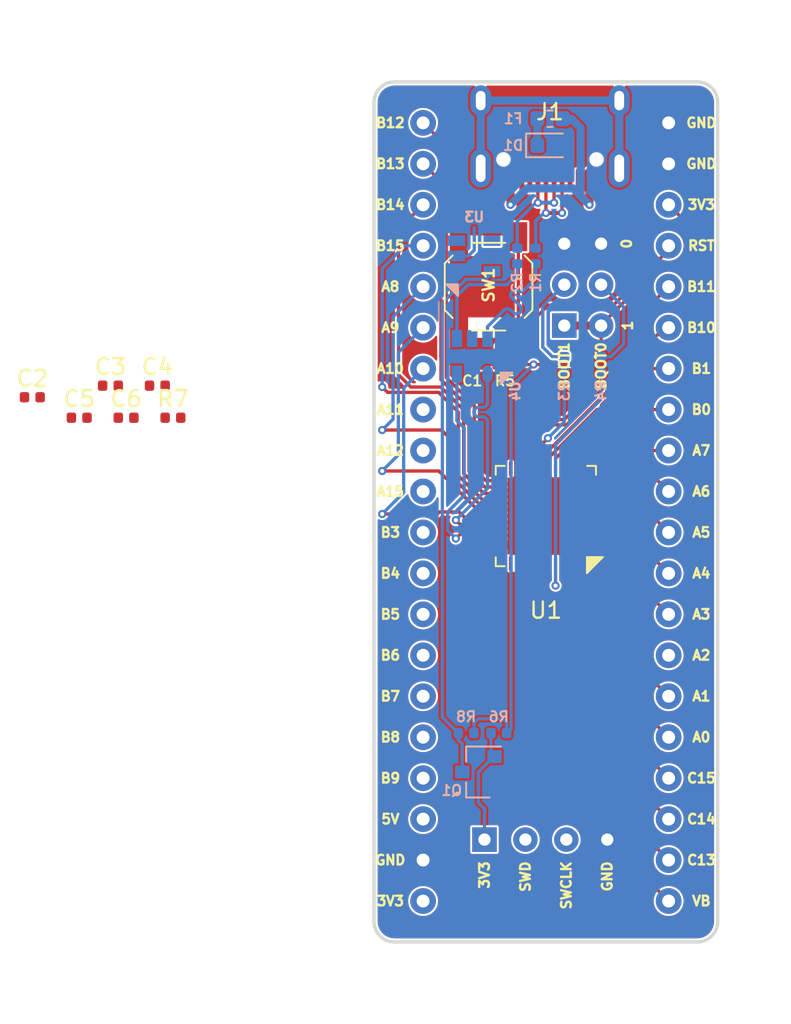
<source format=kicad_pcb>
(kicad_pcb (version 20171130) (host pcbnew 5.1.4)
  (layers (0 F.Cu signal) (31 B.Cu signal) (34 B.Paste user) (35 F.Paste user) (36 B.SilkS user) (37 F.SilkS user) (38 B.Mask user) (39 F.Mask user) (44 Edge.Cuts user))
  (net 0 "")
  (net 1 "Net-(U1-Pad36)")
  (net 2 "Net-(U1-Pad24)")
  (net 3 "Net-(U1-Pad9)")
  (net 4 "Net-(U1-Pad6)")
  (net 5 "Net-(U1-Pad5)")
  (net 6 "Net-(U1-Pad48)")
  (net 7 "Net-(J1-PadS)")
  (net 8 "Net-(J1-PadB8)")
  (net 9 "Net-(J1-PadA5)")
  (net 10 "Net-(J1-PadB5)")
  (net 11 "Net-(J1-PadA8)")
  (net 12 GND)
  (net 13 "Net-(J4-Pad5)")
  (net 14 "Net-(J4-Pad2)")
  (net 15 3V3)
  (net 16 SWDIO)
  (net 17 SWD)
  (net 18 BOOT1)
  (net 19 BOOT0)
  (net 20 RST)
  (net 21 5V)
  (net 22 VBUS)
  (net 23 DBusP)
  (net 24 LDO_EN)
  (net 25 "Net-(U3-Pad4)")
  (net 26 PC15)
  (net 27 VBAT)
  (net 28 PC13)
  (net 29 PC14)
  (net 30 PA5)
  (net 31 PA4)
  (net 32 PA3)
  (net 33 PA2)
  (net 34 PA1)
  (net 35 PA0)
  (net 36 PA6)
  (net 37 PA7)
  (net 38 PB0)
  (net 39 PB1)
  (net 40 PB10)
  (net 41 PB11)
  (net 42 /ConnUSBN)
  (net 43 /ConnUSBP)
  (net 44 DBusN)
  (net 45 DP)
  (net 46 DN)
  (net 47 JTAG_3V3)
  (net 48 PB9)
  (net 49 PB3)
  (net 50 PB4)
  (net 51 PB5)
  (net 52 PB6)
  (net 53 PB7)
  (net 54 PB8)
  (net 55 PA15)
  (net 56 PA12)
  (net 57 PA11)
  (net 58 PA10)
  (net 59 PB12)
  (net 60 PA9)
  (net 61 PA8)
  (net 62 PB15)
  (net 63 PB14)
  (net 64 PB13)
  (net 65 SWCLK)
  (net 66 PA13)
  (module Fuse:Fuse_0603_1608Metric (layer B.Cu) (at 150.114 78.486 180)
    (fp_text reference F1 (at 2.286 0) (layer B.SilkS) (effects (font (size 0.635 0.635) (thickness 0.127)) (justify mirror)))
    (fp_text value "0.5A trip")
    (pad 2 smd roundrect (at 0.7875 0 180) (size 0.875 0.95) (layers B.Cu B.Paste B.Mask) (net 21 5V))
    (pad 1 smd roundrect (at -0.7875 0 180) (size 0.875 0.95) (layers B.Cu B.Paste B.Mask) (net 22 VBUS))
  )
  (module Diode_SMD:D_0603_1608Metric (layer B.Cu) (at 150.114 80.137)
    (fp_text reference D1 (at -2.286 0) (layer B.SilkS) (effects (font (size 0.635 0.635) (thickness 0.127)) (justify mirror)))
    (fp_text value D_Schottky_Small)
    (pad 2 smd roundrect (at 0.7875 0) (size 0.875 0.95) (layers B.Cu B.Paste B.Mask) (net 12 GND))
    (pad 1 smd roundrect (at -0.7875 0) (size 0.875 0.95) (layers B.Cu B.Paste B.Mask) (net 21 5V))
  )
  (module Resistor_SMD:R_0402_1005Metric (layer B.Cu) (at 146.939 116.586)
    (fp_text reference R6 (at 0 -1.016 180) (layer B.SilkS) (effects (font (size 0.635 0.635) (thickness 0.127)) (justify mirror)))
    (fp_text value 1R)
    (pad 2 smd roundrect (at 0.485 0) (size 0.59 0.64) (layers B.Cu B.Paste B.Mask) (net 15 3V3))
    (pad 1 smd roundrect (at -0.485 0) (size 0.59 0.64) (layers B.Cu B.Paste B.Mask) (net 47 JTAG_3V3))
  )
  (module Package_TO_SOT_SMD:SOT-23 (layer B.Cu) (at 145.669 118.999 180)
    (fp_text reference Q1 (at 1.651 -1.143 180) (layer B.SilkS) (effects (font (size 0.635 0.635) (thickness 0.127)) (justify mirror)))
    (fp_text value DTC143Z)
    (pad 3 smd rect (at 1 0 180) (size 0.9 0.8) (layers B.Cu B.Paste B.Mask) (net 24 LDO_EN))
    (pad 2 smd rect (at -1 -0.95 180) (size 0.9 0.8) (layers B.Cu B.Paste B.Mask) (net 12 GND))
    (pad 1 smd rect (at -1 0.95 180) (size 0.9 0.8) (layers B.Cu B.Paste B.Mask) (net 47 JTAG_3V3))
  )
  (module Resistor_SMD:R_0402_1005Metric (layer B.Cu) (at 144.907 116.586)
    (fp_text reference R8 (at 0 -1.016) (layer B.SilkS) (effects (font (size 0.635 0.635) (thickness 0.127)) (justify mirror)))
    (fp_text value 1k)
    (pad 2 smd roundrect (at 0.485 0) (size 0.59 0.64) (layers B.Cu B.Paste B.Mask) (net 15 3V3))
    (pad 1 smd roundrect (at -0.485 0) (size 0.59 0.64) (layers B.Cu B.Paste B.Mask) (net 24 LDO_EN))
  )
  (module acheron_Components:SOT-23-6 (layer B.Cu) (at 145.288 93.218 90)
    (fp_text reference U4 (at -2.159 2.667 -90) (layer B.SilkS) (effects (font (size 0.6 0.6)) (justify mirror)))
    (fp_text value USBLC6-2SC6)
    (pad 5 smd rect (at 1.1 0 90) (size 1.06 0.65) (layers B.Cu B.Paste B.Mask) (net 22 VBUS))
    (pad 6 smd rect (at 1.1 0.95 90) (size 1.06 0.65) (layers B.Cu B.Paste B.Mask) (net 44 DBusN))
    (pad 4 smd rect (at 1.1 -0.95 90) (size 1.06 0.65) (layers B.Cu B.Paste B.Mask) (net 23 DBusP))
    (pad 3 smd rect (at -1.1 -0.95 90) (size 1.06 0.65) (layers B.Cu B.Paste B.Mask) (net 45 DP))
    (pad 2 smd rect (at -1.1 0 90) (size 1.06 0.65) (layers B.Cu B.Paste B.Mask) (net 12 GND))
    (pad 1 smd roundrect (at -1.1 0.95 90) (size 1.06 0.65) (layers B.Cu B.Paste B.Mask) (roundrect_rratio 0.5) (net 46 DN))
  )
  (module acheron_Components:SOT-23-5 (layer B.Cu) (at 145.415 86.995)
    (fp_text reference U3 (at 0 -2.413 -180) (layer B.SilkS) (effects (font (size 0.6 0.6)) (justify mirror)))
    (fp_text value TPS709xxDBV)
    (pad 5 smd rect (at 1.1 0.95) (size 1.06 0.65) (layers B.Cu B.Paste B.Mask) (net 24 LDO_EN))
    (pad 4 smd rect (at 1.1 -0.95) (size 1.06 0.65) (layers B.Cu B.Paste B.Mask) (net 25 "Net-(U3-Pad4)"))
    (pad 3 smd rect (at -1.1 -0.95) (size 1.06 0.65) (layers B.Cu B.Paste B.Mask) (net 15 3V3))
    (pad 2 smd rect (at -1.1 0) (size 1.06 0.65) (layers B.Cu B.Paste B.Mask) (net 21 5V))
    (pad 1 smd roundrect (at -1.1 0.95) (size 1.06 0.65) (layers B.Cu B.Paste B.Mask) (roundrect_rratio 0.5) (net 12 GND))
  )
  (module Resistor_SMD:R_0402_1005Metric (layer F.Cu) (at 126.713 97.028)
    (fp_text reference R7 (at 0 -1.17) (layer F.SilkS))
    (fp_text value 100k)
    (pad 2 smd roundrect (at 0.485 0) (size 0.59 0.64) (layers F.Cu F.Paste F.Mask) (net 12 GND))
    (pad 1 smd roundrect (at -0.485 0) (size 0.59 0.64) (layers F.Cu F.Paste F.Mask) (net 21 5V))
  )
  (module Capacitor_SMD:C_0402_1005Metric (layer F.Cu) (at 123.803 97.028)
    (fp_text reference C6 (at 0 -1.17) (layer F.SilkS))
    (fp_text value 100n)
    (pad 2 smd roundrect (at 0.485 0) (size 0.59 0.64) (layers F.Cu F.Paste F.Mask) (net 12 GND))
    (pad 1 smd roundrect (at -0.485 0) (size 0.59 0.64) (layers F.Cu F.Paste F.Mask) (net 22 VBUS))
  )
  (module Capacitor_SMD:C_0402_1005Metric (layer F.Cu) (at 120.893 97.028)
    (fp_text reference C5 (at 0 -1.17) (layer F.SilkS))
    (fp_text value 10u)
    (pad 2 smd roundrect (at 0.485 0) (size 0.59 0.64) (layers F.Cu F.Paste F.Mask) (net 12 GND))
    (pad 1 smd roundrect (at -0.485 0) (size 0.59 0.64) (layers F.Cu F.Paste F.Mask) (net 21 5V))
  )
  (module Capacitor_SMD:C_0402_1005Metric (layer F.Cu) (at 125.743 95.038)
    (fp_text reference C4 (at 0 -1.17) (layer F.SilkS))
    (fp_text value 1u)
    (pad 2 smd roundrect (at 0.485 0) (size 0.59 0.64) (layers F.Cu F.Paste F.Mask) (net 12 GND))
    (pad 1 smd roundrect (at -0.485 0) (size 0.59 0.64) (layers F.Cu F.Paste F.Mask) (net 15 3V3))
  )
  (module Capacitor_SMD:C_0402_1005Metric (layer F.Cu) (at 122.833 95.038)
    (fp_text reference C3 (at 0 -1.17) (layer F.SilkS))
    (fp_text value 100n)
    (pad 2 smd roundrect (at 0.485 0) (size 0.59 0.64) (layers F.Cu F.Paste F.Mask) (net 12 GND))
    (pad 1 smd roundrect (at -0.485 0) (size 0.59 0.64) (layers F.Cu F.Paste F.Mask) (net 21 5V))
  )
  (module Capacitor_SMD:C_0402_1005Metric (layer F.Cu) (at 117.983 95.758)
    (fp_text reference C2 (at 0 -1.17) (layer F.SilkS))
    (fp_text value 100n)
    (pad 2 smd roundrect (at 0.485 0) (size 0.59 0.64) (layers F.Cu F.Paste F.Mask) (net 15 3V3))
    (pad 1 smd roundrect (at -0.485 0) (size 0.59 0.64) (layers F.Cu F.Paste F.Mask) (net 12 GND))
  )
  (module Capacitor_SMD:C_0402_1005Metric (layer F.Cu) (at 145.288 93.726 180)
    (fp_text reference C1 (at 0 -1.016) (layer F.SilkS) (effects (font (size 0.635 0.635) (thickness 0.127))))
    (fp_text value 100n)
    (pad 2 smd roundrect (at 0.485 0 180) (size 0.59 0.64) (layers F.Cu F.Paste F.Mask) (net 12 GND))
    (pad 1 smd roundrect (at -0.485 0 180) (size 0.59 0.64) (layers F.Cu F.Paste F.Mask) (net 20 RST))
  )
  (module Resistor_SMD:R_0402_1005Metric (layer F.Cu) (at 147.32 93.726 180)
    (fp_text reference R5 (at 0 -1.016) (layer F.SilkS) (effects (font (size 0.635 0.635) (thickness 0.127))))
    (fp_text value 10k)
    (pad 2 smd roundrect (at 0.485 0 180) (size 0.59 0.64) (layers F.Cu F.Paste F.Mask) (net 20 RST))
    (pad 1 smd roundrect (at -0.485 0 180) (size 0.59 0.64) (layers F.Cu F.Paste F.Mask) (net 15 3V3))
  )
  (module Resistor_SMD:R_0402_1005Metric (layer B.Cu) (at 153.289 93.726 270)
    (fp_text reference R4 (at 1.651 0 270) (layer B.SilkS) (effects (font (size 0.635 0.635) (thickness 0.127)) (justify mirror)))
    (fp_text value 100k)
    (pad 2 smd roundrect (at 0.485 0 270) (size 0.59 0.64) (layers B.Cu B.Paste B.Mask) (net 19 BOOT0))
    (pad 1 smd roundrect (at -0.485 0 270) (size 0.59 0.64) (layers B.Cu B.Paste B.Mask) (net 13 "Net-(J4-Pad5)"))
  )
  (module Resistor_SMD:R_0402_1005Metric (layer B.Cu) (at 151.003 93.726 270)
    (fp_text reference R3 (at 1.651 0 270) (layer B.SilkS) (effects (font (size 0.635 0.635) (thickness 0.127)) (justify mirror)))
    (fp_text value 100k)
    (pad 2 smd roundrect (at 0.485 0 270) (size 0.59 0.64) (layers B.Cu B.Paste B.Mask) (net 18 BOOT1))
    (pad 1 smd roundrect (at -0.485 0 270) (size 0.59 0.64) (layers B.Cu B.Paste B.Mask) (net 14 "Net-(J4-Pad2)"))
  )
  (module Resistor_SMD:R_0402_1005Metric (layer B.Cu) (at 148.082 86.995 90)
    (fp_text reference R2 (at -1.651 0 90) (layer B.SilkS) (effects (font (size 0.635 0.635) (thickness 0.127)) (justify mirror)))
    (fp_text value 22R hide)
    (pad 2 smd roundrect (at 0.485 0 90) (size 0.59 0.64) (layers B.Cu B.Paste B.Mask) (net 43 /ConnUSBP))
    (pad 1 smd roundrect (at -0.485 0 90) (size 0.59 0.64) (layers B.Cu B.Paste B.Mask) (net 23 DBusP))
  )
  (module Resistor_SMD:R_0402_1005Metric (layer B.Cu) (at 149.225 86.995 90)
    (fp_text reference R1 (at -1.651 0 270) (layer B.SilkS) (effects (font (size 0.635 0.635) (thickness 0.127)) (justify mirror)))
    (fp_text value 22R)
    (pad 2 smd roundrect (at 0.485 0 90) (size 0.59 0.64) (layers B.Cu B.Paste B.Mask) (net 42 /ConnUSBN))
    (pad 1 smd roundrect (at -0.485 0 90) (size 0.59 0.64) (layers B.Cu B.Paste B.Mask) (net 44 DBusN))
  )
  (module acheron_Components:UQFN-48-1EP_6x6mm_P0.4mm_EP4.62x4.62mm (layer F.Cu) (at 149.86 103.124 180)
    (fp_text reference U1 (at 0 -5.85) (layer F.SilkS))
    (fp_text value STM32F103x8_B-LQFP48)
    (pad 48 smd roundrect (at -2.2 -2.9375 180) (size 0.2 0.875) (layers F.Cu F.Paste F.Mask) (net 6 "Net-(U1-Pad48)"))
    (pad 47 smd roundrect (at -1.8 -2.9375 180) (size 0.2 0.875) (layers F.Cu F.Paste F.Mask) (net 12 GND))
    (pad 46 smd roundrect (at -1.4 -2.9375 180) (size 0.2 0.875) (layers F.Cu F.Paste F.Mask) (net 48 PB9))
    (pad 45 smd roundrect (at -1 -2.9375 180) (size 0.2 0.875) (layers F.Cu F.Paste F.Mask) (net 54 PB8))
    (pad 44 smd roundrect (at -0.6 -2.9375 180) (size 0.2 0.875) (layers F.Cu F.Paste F.Mask) (net 19 BOOT0))
    (pad 43 smd roundrect (at -0.2 -2.9375 180) (size 0.2 0.875) (layers F.Cu F.Paste F.Mask) (net 53 PB7))
    (pad 42 smd roundrect (at 0.2 -2.9375 180) (size 0.2 0.875) (layers F.Cu F.Paste F.Mask) (net 52 PB6))
    (pad 41 smd roundrect (at 0.6 -2.9375 180) (size 0.2 0.875) (layers F.Cu F.Paste F.Mask) (net 51 PB5))
    (pad 40 smd roundrect (at 1 -2.9375 180) (size 0.2 0.875) (layers F.Cu F.Paste F.Mask) (net 50 PB4))
    (pad 39 smd roundrect (at 1.4 -2.9375 180) (size 0.2 0.875) (layers F.Cu F.Paste F.Mask) (net 49 PB3))
    (pad 38 smd roundrect (at 1.8 -2.9375 180) (size 0.2 0.875) (layers F.Cu F.Paste F.Mask) (net 55 PA15))
    (pad 37 smd roundrect (at 2.2 -2.9375 180) (size 0.2 0.875) (layers F.Cu F.Paste F.Mask) (net 65 SWCLK))
    (pad 36 smd roundrect (at 2.9375 -2.2 180) (size 0.875 0.2) (layers F.Cu F.Paste F.Mask) (net 1 "Net-(U1-Pad36)"))
    (pad 35 smd roundrect (at 2.9375 -1.8 180) (size 0.875 0.2) (layers F.Cu F.Paste F.Mask) (net 12 GND))
    (pad 34 smd roundrect (at 2.9375 -1.4 180) (size 0.875 0.2) (layers F.Cu F.Paste F.Mask) (net 66 PA13))
    (pad 33 smd roundrect (at 2.9375 -1 180) (size 0.875 0.2) (layers F.Cu F.Paste F.Mask) (net 45 DP))
    (pad 32 smd roundrect (at 2.9375 -0.6 180) (size 0.875 0.2) (layers F.Cu F.Paste F.Mask) (net 46 DN))
    (pad 31 smd roundrect (at 2.9375 -0.2 180) (size 0.875 0.2) (layers F.Cu F.Paste F.Mask) (net 58 PA10))
    (pad 30 smd roundrect (at 2.9375 0.2 180) (size 0.875 0.2) (layers F.Cu F.Paste F.Mask) (net 60 PA9))
    (pad 29 smd roundrect (at 2.9375 0.6 180) (size 0.875 0.2) (layers F.Cu F.Paste F.Mask) (net 61 PA8))
    (pad 28 smd roundrect (at 2.9375 1 180) (size 0.875 0.2) (layers F.Cu F.Paste F.Mask) (net 62 PB15))
    (pad 27 smd roundrect (at 2.9375 1.4 180) (size 0.875 0.2) (layers F.Cu F.Paste F.Mask) (net 63 PB14))
    (pad 26 smd roundrect (at 2.9375 1.8 180) (size 0.875 0.2) (layers F.Cu F.Paste F.Mask) (net 64 PB13))
    (pad 25 smd roundrect (at 2.9375 2.2 180) (size 0.875 0.2) (layers F.Cu F.Paste F.Mask) (net 59 PB12))
    (pad 24 smd roundrect (at 2.2 2.9375 180) (size 0.2 0.875) (layers F.Cu F.Paste F.Mask) (net 2 "Net-(U1-Pad24)"))
    (pad 23 smd roundrect (at 1.8 2.9375 180) (size 0.2 0.875) (layers F.Cu F.Paste F.Mask) (net 12 GND))
    (pad 22 smd roundrect (at 1.4 2.9375 180) (size 0.2 0.875) (layers F.Cu F.Paste F.Mask) (net 41 PB11))
    (pad 21 smd roundrect (at 1 2.9375 180) (size 0.2 0.875) (layers F.Cu F.Paste F.Mask) (net 40 PB10))
    (pad 20 smd roundrect (at 0.6 2.9375 180) (size 0.2 0.875) (layers F.Cu F.Paste F.Mask) (net 18 BOOT1))
    (pad 19 smd roundrect (at 0.2 2.9375 180) (size 0.2 0.875) (layers F.Cu F.Paste F.Mask) (net 39 PB1))
    (pad 18 smd roundrect (at -0.2 2.9375 180) (size 0.2 0.875) (layers F.Cu F.Paste F.Mask) (net 38 PB0))
    (pad 17 smd roundrect (at -0.6 2.9375 180) (size 0.2 0.875) (layers F.Cu F.Paste F.Mask) (net 37 PA7))
    (pad 16 smd roundrect (at -1 2.9375 180) (size 0.2 0.875) (layers F.Cu F.Paste F.Mask) (net 36 PA6))
    (pad 15 smd roundrect (at -1.4 2.9375 180) (size 0.2 0.875) (layers F.Cu F.Paste F.Mask) (net 30 PA5))
    (pad 14 smd roundrect (at -1.8 2.9375 180) (size 0.2 0.875) (layers F.Cu F.Paste F.Mask) (net 31 PA4))
    (pad 13 smd roundrect (at -2.2 2.9375 180) (size 0.2 0.875) (layers F.Cu F.Paste F.Mask) (net 32 PA3))
    (pad 12 smd roundrect (at -2.9375 2.2 180) (size 0.875 0.2) (layers F.Cu F.Paste F.Mask) (net 33 PA2))
    (pad 11 smd roundrect (at -2.9375 1.8 180) (size 0.875 0.2) (layers F.Cu F.Paste F.Mask) (net 34 PA1))
    (pad 10 smd roundrect (at -2.9375 1.4 180) (size 0.875 0.2) (layers F.Cu F.Paste F.Mask) (net 35 PA0))
    (pad 9 smd roundrect (at -2.9375 1 180) (size 0.875 0.2) (layers F.Cu F.Paste F.Mask) (net 3 "Net-(U1-Pad9)"))
    (pad 8 smd roundrect (at -2.9375 0.6 180) (size 0.875 0.2) (layers F.Cu F.Paste F.Mask) (net 12 GND))
    (pad 7 smd roundrect (at -2.9375 0.2 180) (size 0.875 0.2) (layers F.Cu F.Paste F.Mask) (net 20 RST))
    (pad 6 smd rect (at -2.9375 -0.2 180) (size 0.875 0.2) (layers F.Cu F.Paste F.Mask) (net 4 "Net-(U1-Pad6)"))
    (pad 5 smd rect (at -2.9375 -0.6 180) (size 0.875 0.2) (layers F.Cu F.Paste F.Mask) (net 5 "Net-(U1-Pad5)"))
    (pad 4 smd rect (at -2.9375 -1 180) (size 0.875 0.2) (layers F.Cu F.Paste F.Mask) (net 26 PC15))
    (pad 3 smd rect (at -2.9375 -1.4 180) (size 0.875 0.2) (layers F.Cu F.Paste F.Mask) (net 29 PC14))
    (pad 2 smd rect (at -2.9375 -1.8 180) (size 0.875 0.2) (layers F.Cu F.Paste F.Mask) (net 28 PC13))
    (pad 1 smd roundrect (at -2.9375 -2.2 180) (size 0.875 0.2) (layers F.Cu F.Paste F.Mask) (roundrect_rratio 0.5) (net 27 VBAT))
    (pad 49 smd roundrect (at 0 0 180) (size 4.62 4.62) (layers F.Cu F.Mask) (roundrect_rratio 0.054113) (net 12 GND))
  )
  (module acheron_Hardware:smdPushBtn (layer F.Cu) (at 146.304 88.9 90)
    (fp_text reference SW1 (at 0.1 0 90) (layer F.SilkS) (effects (font (size 0.7 0.7))))
    (fp_text value SW_Push)
    (pad 2 smd rect (at 3.1 1.85 90) (size 1.8 1.1) (layers F.Cu F.Paste F.Mask) (net 20 RST))
    (pad 2 smd rect (at -3.1 1.85 90) (size 1.8 1.1) (layers F.Cu F.Paste F.Mask) (net 20 RST))
    (pad 1 smd rect (at 3.1 -1.85 90) (size 1.8 1.1) (layers F.Cu F.Paste F.Mask) (net 12 GND))
    (pad 1 smd rect (at -3.1 -1.85 90) (size 1.8 1.1) (layers F.Cu F.Paste F.Mask) (net 12 GND))
  )
  (module acheron_Connectors:HEADER_4PIN (layer F.Cu) (at 146.05 123.19)
    (fp_text reference J5 hide)
    (fp_text value Conn_01x04_Female hide)
    (pad 4 thru_hole circle (at 7.62 0) (size 1.524 1.524) (drill 0.762) (layers *.Cu *.Mask) (net 12 GND))
    (pad 3 thru_hole circle (at 5.08 0) (size 1.524 1.524) (drill 0.762) (layers *.Cu *.Mask) (net 16 SWDIO))
    (pad 2 thru_hole circle (at 2.54 0) (size 1.524 1.524) (drill 0.762) (layers *.Cu *.Mask) (net 17 SWD))
    (pad 1 thru_hole rect (at 0 0) (size 1.524 1.524) (drill 0.762) (layers *.Cu *.Mask) (net 47 JTAG_3V3))
  )
  (module acheron_Connectors:HEADER_6PIN_HORIZONTAL (layer F.Cu) (at 152.019 88.773 90)
    (fp_text reference J4 hide)
    (fp_text value Conn_01x06_Female hide)
    (pad 6 thru_hole circle (at -2.54 1.27 90) (size 1.524 1.524) (drill 0.762) (layers *.Cu *.Mask) (net 15 3V3))
    (pad 5 thru_hole circle (at 0 1.27 90) (size 1.524 1.524) (drill 0.762) (layers *.Cu *.Mask) (net 13 "Net-(J4-Pad5)"))
    (pad 4 thru_hole circle (at 2.54 1.27 90) (size 1.524 1.524) (drill 0.762) (layers *.Cu *.Mask) (net 12 GND))
    (pad 3 thru_hole circle (at 2.54 -1.016 90) (size 1.524 1.524) (drill 0.762) (layers *.Cu *.Mask) (net 12 GND))
    (pad 2 thru_hole circle (at 0 -1.016 90) (size 1.524 1.524) (drill 0.762) (layers *.Cu *.Mask) (net 14 "Net-(J4-Pad2)"))
    (pad 1 thru_hole rect (at -2.54 -1.016 90) (size 1.524 1.524) (drill 0.762) (layers *.Cu *.Mask) (net 15 3V3))
  )
  (module acheron_Connectors:HEADER_20PIN (layer F.Cu) (at 142.24 78.74 270)
    (fp_text reference J3 hide)
    (fp_text value Conn_01x20_Female hide)
    (pad 17 thru_hole circle (at 40.64 0 270) (size 1.6 1.6) (drill 0.8) (layers *.Cu *.Mask) (net 48 PB9))
    (pad 20 thru_hole circle (at 48.26 0 270) (size 1.6 1.6) (drill 0.8) (layers *.Cu *.Mask) (net 15 3V3))
    (pad 19 thru_hole circle (at 45.72 0 270) (size 1.6 1.6) (drill 0.8) (layers *.Cu *.Mask) (net 12 GND))
    (pad 11 thru_hole circle (at 25.4 0 270) (size 1.6 1.6) (drill 0.8) (layers *.Cu *.Mask) (net 49 PB3))
    (pad 18 thru_hole circle (at 43.18 0 270) (size 1.6 1.6) (drill 0.8) (layers *.Cu *.Mask) (net 21 5V))
    (pad 12 thru_hole circle (at 27.94 0 270) (size 1.6 1.6) (drill 0.8) (layers *.Cu *.Mask) (net 50 PB4))
    (pad 13 thru_hole circle (at 30.48 0 270) (size 1.6 1.6) (drill 0.8) (layers *.Cu *.Mask) (net 51 PB5))
    (pad 14 thru_hole circle (at 33.02 0 270) (size 1.6 1.6) (drill 0.8) (layers *.Cu *.Mask) (net 52 PB6))
    (pad 15 thru_hole circle (at 35.56 0 270) (size 1.6 1.6) (drill 0.8) (layers *.Cu *.Mask) (net 53 PB7))
    (pad 16 thru_hole circle (at 38.1 0 270) (size 1.6 1.6) (drill 0.8) (layers *.Cu *.Mask) (net 54 PB8))
    (pad 10 thru_hole circle (at 22.86 0 270) (size 1.6 1.6) (drill 0.8) (layers *.Cu *.Mask) (net 55 PA15))
    (pad 9 thru_hole circle (at 20.32 0 270) (size 1.6 1.6) (drill 0.8) (layers *.Cu *.Mask) (net 56 PA12))
    (pad 8 thru_hole circle (at 17.78 0 270) (size 1.6 1.6) (drill 0.8) (layers *.Cu *.Mask) (net 57 PA11))
    (pad 7 thru_hole circle (at 15.24 0 270) (size 1.6 1.6) (drill 0.8) (layers *.Cu *.Mask) (net 58 PA10))
    (pad 1 thru_hole circle (at 0 0 270) (size 1.6 1.6) (drill 0.8) (layers *.Cu *.Mask) (net 59 PB12))
    (pad 6 thru_hole circle (at 12.7 0 270) (size 1.6 1.6) (drill 0.8) (layers *.Cu *.Mask) (net 60 PA9))
    (pad 5 thru_hole circle (at 10.16 0 270) (size 1.6 1.6) (drill 0.8) (layers *.Cu *.Mask) (net 61 PA8))
    (pad 4 thru_hole circle (at 7.62 0 270) (size 1.6 1.6) (drill 0.8) (layers *.Cu *.Mask) (net 62 PB15))
    (pad 3 thru_hole circle (at 5.08 0 270) (size 1.6 1.6) (drill 0.8) (layers *.Cu *.Mask) (net 63 PB14))
    (pad 2 thru_hole circle (at 2.54 0 270) (size 1.6 1.6) (drill 0.8) (layers *.Cu *.Mask) (net 64 PB13))
  )
  (module acheron_Connectors:HEADER_20PIN (layer F.Cu) (at 157.48 78.74 270)
    (fp_text reference J2 hide)
    (fp_text value Conn_01x20_Female hide)
    (pad 17 thru_hole circle (at 40.64 0 270) (size 1.6 1.6) (drill 0.8) (layers *.Cu *.Mask) (net 26 PC15))
    (pad 20 thru_hole circle (at 48.26 0 270) (size 1.6 1.6) (drill 0.8) (layers *.Cu *.Mask) (net 27 VBAT))
    (pad 19 thru_hole circle (at 45.72 0 270) (size 1.6 1.6) (drill 0.8) (layers *.Cu *.Mask) (net 28 PC13))
    (pad 11 thru_hole circle (at 25.4 0 270) (size 1.6 1.6) (drill 0.8) (layers *.Cu *.Mask) (net 30 PA5))
    (pad 18 thru_hole circle (at 43.18 0 270) (size 1.6 1.6) (drill 0.8) (layers *.Cu *.Mask) (net 29 PC14))
    (pad 12 thru_hole circle (at 27.94 0 270) (size 1.6 1.6) (drill 0.8) (layers *.Cu *.Mask) (net 31 PA4))
    (pad 13 thru_hole circle (at 30.48 0 270) (size 1.6 1.6) (drill 0.8) (layers *.Cu *.Mask) (net 32 PA3))
    (pad 14 thru_hole circle (at 33.02 0 270) (size 1.6 1.6) (drill 0.8) (layers *.Cu *.Mask) (net 33 PA2))
    (pad 15 thru_hole circle (at 35.56 0 270) (size 1.6 1.6) (drill 0.8) (layers *.Cu *.Mask) (net 34 PA1))
    (pad 16 thru_hole circle (at 38.1 0 270) (size 1.6 1.6) (drill 0.8) (layers *.Cu *.Mask) (net 35 PA0))
    (pad 10 thru_hole circle (at 22.86 0 270) (size 1.6 1.6) (drill 0.8) (layers *.Cu *.Mask) (net 36 PA6))
    (pad 9 thru_hole circle (at 20.32 0 270) (size 1.6 1.6) (drill 0.8) (layers *.Cu *.Mask) (net 37 PA7))
    (pad 8 thru_hole circle (at 17.78 0 270) (size 1.6 1.6) (drill 0.8) (layers *.Cu *.Mask) (net 38 PB0))
    (pad 7 thru_hole circle (at 15.24 0 270) (size 1.6 1.6) (drill 0.8) (layers *.Cu *.Mask) (net 39 PB1))
    (pad 1 thru_hole circle (at 0 0 270) (size 1.6 1.6) (drill 0.8) (layers *.Cu *.Mask) (net 12 GND))
    (pad 6 thru_hole circle (at 12.7 0 270) (size 1.6 1.6) (drill 0.8) (layers *.Cu *.Mask) (net 40 PB10))
    (pad 5 thru_hole circle (at 10.16 0 270) (size 1.6 1.6) (drill 0.8) (layers *.Cu *.Mask) (net 41 PB11))
    (pad 4 thru_hole circle (at 7.62 0 270) (size 1.6 1.6) (drill 0.8) (layers *.Cu *.Mask) (net 20 RST))
    (pad 3 thru_hole circle (at 5.08 0 270) (size 1.6 1.6) (drill 0.8) (layers *.Cu *.Mask) (net 15 3V3))
    (pad 2 thru_hole circle (at 2.54 0 270) (size 1.6 1.6) (drill 0.8) (layers *.Cu *.Mask) (net 12 GND))
  )
  (module acheron_Connectors:TYPE-C-31-M-12 (layer F.Cu) (at 150.114 83.058 180)
    (fp_text reference J1 (at 0 5) (layer F.SilkS))
    (fp_text value TYPE-C-31-M12_13)
    (pad S smd oval (at -4.3 5.7 180) (size 1.3 1.9) (layers B.Cu B.Mask) (net 7 "Net-(J1-PadS)"))
    (pad S smd oval (at 4.3 5.7 180) (size 1.3 1.9) (layers B.Cu B.Mask) (net 7 "Net-(J1-PadS)"))
    (pad S smd oval (at -4.3 1.5 180) (size 1.3 2.4) (layers B.Cu B.Mask) (net 7 "Net-(J1-PadS)"))
    (pad S smd oval (at 4.3 1.5 180) (size 1.3 2.4) (layers B.Cu B.Mask) (net 7 "Net-(J1-PadS)"))
    (pad S thru_hole oval (at 4.3 1.5 180) (size 1 2.1) (drill oval 0.6 1.7) (layers *.Cu *.Mask) (net 7 "Net-(J1-PadS)"))
    (pad S thru_hole oval (at 4.3 5.7 180) (size 1 1.6) (drill oval 0.6 1.2) (layers *.Cu *.Mask) (net 7 "Net-(J1-PadS)"))
    (pad "" np_thru_hole circle (at 2.89 2.051 180) (size 0.65 0.65) (drill 0.65) (layers *.Cu *.Mask))
    (pad "" np_thru_hole circle (at -2.89 2.051 180) (size 0.65 0.65) (drill 0.65) (layers *.Cu *.Mask))
    (pad S thru_hole oval (at -4.3 5.7 180) (size 1 1.6) (drill oval 0.6 1.2) (layers *.Cu *.Mask) (net 7 "Net-(J1-PadS)"))
    (pad A1 smd roundrect (at -3.25 1.275 180) (size 0.6 1.45) (drill (offset 0 -0.55)) (layers F.Cu F.Paste F.Mask) (net 12 GND))
    (pad B8 smd roundrect (at -1.75 1.275 180) (size 0.3 1.45) (drill (offset 0 -0.55)) (layers F.Cu F.Paste F.Mask) (net 8 "Net-(J1-PadB8)"))
    (pad A5 smd roundrect (at -1.25 1.275 180) (size 0.3 1.45) (drill (offset 0 -0.55)) (layers F.Cu F.Paste F.Mask) (net 9 "Net-(J1-PadA5)"))
    (pad B7 smd roundrect (at -0.75 1.275 180) (size 0.3 1.45) (drill (offset 0 -0.55)) (layers F.Cu F.Paste F.Mask) (net 42 /ConnUSBN))
    (pad A6 smd roundrect (at -0.254 1.275 180) (size 0.3 1.45) (drill (offset 0 -0.55)) (layers F.Cu F.Paste F.Mask) (net 43 /ConnUSBP))
    (pad B5 smd roundrect (at 1.75 1.275 180) (size 0.3 1.45) (drill (offset 0 -0.55)) (layers F.Cu F.Paste F.Mask) (net 10 "Net-(J1-PadB5)"))
    (pad A8 smd roundrect (at 1.25 1.275 180) (size 0.3 1.45) (drill (offset 0 -0.55)) (layers F.Cu F.Paste F.Mask) (net 11 "Net-(J1-PadA8)"))
    (pad B6 smd roundrect (at 0.75 1.275 180) (size 0.3 1.45) (drill (offset 0 -0.55)) (layers F.Cu F.Paste F.Mask) (net 43 /ConnUSBP))
    (pad A7 smd roundrect (at 0.25 1.275 180) (size 0.3 1.45) (drill (offset 0 -0.55)) (layers F.Cu F.Paste F.Mask) (net 42 /ConnUSBN))
    (pad S thru_hole oval (at -4.3 1.5 180) (size 1 2.1) (drill oval 0.6 1.7) (layers *.Cu *.Mask) (net 7 "Net-(J1-PadS)"))
    (pad A4 smd roundrect (at -2.45 1.275 180) (size 0.6 1.45) (drill (offset 0 -0.55)) (layers F.Cu F.Paste F.Mask) (net 22 VBUS))
    (pad B1 smd roundrect (at 3.25 1.275 180) (size 0.6 1.45) (drill (offset 0 -0.55)) (layers F.Cu F.Paste F.Mask) (net 12 GND))
    (pad B4 smd roundrect (at 2.45 1.275 180) (size 0.6 1.45) (drill (offset 0 -0.55)) (layers F.Cu F.Paste F.Mask) (net 22 VBUS))
  )
  (gr_text 1 (at 154.94 91.313 90) (layer F.SilkS) (effects (font (size 0.6 0.6))))
  (gr_text GND (at 153.67 124.46 90) (layer F.SilkS) (effects (font (size 0.6 0.6)) (justify right)))
  (gr_text SWCLK (at 151.13 124.46 90) (layer F.SilkS) (effects (font (size 0.6 0.6)) (justify right)))
  (gr_text SWD (at 148.59 124.46 90) (layer F.SilkS) (effects (font (size 0.6 0.6)) (justify right)))
  (gr_text 3V3 (at 146.05 124.46 90) (layer F.SilkS) (effects (font (size 0.6 0.6)) (justify right)))
  (gr_text VB (at 159.512 127) (layer F.SilkS) (effects (font (size 0.6 0.6))))
  (gr_text C13 (at 159.512 124.46) (layer F.SilkS) (effects (font (size 0.6 0.6))))
  (gr_text C14 (at 159.512 121.92) (layer F.SilkS) (effects (font (size 0.6 0.6))))
  (gr_text C15 (at 159.512 119.38) (layer F.SilkS) (effects (font (size 0.6 0.6))))
  (gr_text A0 (at 159.512 116.84) (layer F.SilkS) (effects (font (size 0.6 0.6))))
  (gr_text A1 (at 159.512 114.3) (layer F.SilkS) (effects (font (size 0.6 0.6))))
  (gr_text A2 (at 159.512 111.76) (layer F.SilkS) (effects (font (size 0.6 0.6))))
  (gr_text A3 (at 159.512 109.22) (layer F.SilkS) (effects (font (size 0.6 0.6))))
  (gr_text A4 (at 159.512 106.68) (layer F.SilkS) (effects (font (size 0.6 0.6))))
  (gr_text A5 (at 159.512 104.14) (layer F.SilkS) (effects (font (size 0.6 0.6))))
  (gr_text A6 (at 159.512 101.6) (layer F.SilkS) (effects (font (size 0.6 0.6))))
  (gr_text A7 (at 159.512 99.06) (layer F.SilkS) (effects (font (size 0.6 0.6))))
  (gr_text B0 (at 159.512 96.52) (layer F.SilkS) (effects (font (size 0.6 0.6))))
  (gr_text B1 (at 159.512 93.98) (layer F.SilkS) (effects (font (size 0.6 0.6))))
  (gr_text B10 (at 159.512 91.44) (layer F.SilkS) (effects (font (size 0.6 0.6))))
  (gr_text B11 (at 159.512 88.9) (layer F.SilkS) (effects (font (size 0.6 0.6))))
  (gr_text RST (at 159.512 86.36) (layer F.SilkS) (effects (font (size 0.6 0.6))))
  (gr_text 3V3 (at 159.512 83.82) (layer F.SilkS) (effects (font (size 0.6 0.6))))
  (gr_text GND (at 159.512 81.28) (layer F.SilkS) (effects (font (size 0.6 0.6))))
  (gr_text GND (at 159.512 78.74) (layer F.SilkS) (effects (font (size 0.6 0.6))))
  (gr_text 3V3 (at 140.208 127) (layer F.SilkS) (effects (font (size 0.6 0.6))))
  (gr_text GND (at 140.208 124.46) (layer F.SilkS) (effects (font (size 0.6 0.6))))
  (gr_text 5V (at 140.208 121.92) (layer F.SilkS) (effects (font (size 0.6 0.6))))
  (gr_text B9 (at 140.208 119.38) (layer F.SilkS) (effects (font (size 0.6 0.6))))
  (gr_text B8 (at 140.208 116.84) (layer F.SilkS) (effects (font (size 0.6 0.6))))
  (gr_text B7 (at 140.208 114.3) (layer F.SilkS) (effects (font (size 0.6 0.6))))
  (gr_text B6 (at 140.208 111.76) (layer F.SilkS) (effects (font (size 0.6 0.6))))
  (gr_text B5 (at 140.208 109.22) (layer F.SilkS) (effects (font (size 0.6 0.6))))
  (gr_text B4 (at 140.208 106.68) (layer F.SilkS) (effects (font (size 0.6 0.6))))
  (gr_text B3 (at 140.208 104.14) (layer F.SilkS) (effects (font (size 0.6 0.6))))
  (gr_text A15 (at 140.208 101.6) (layer F.SilkS) (effects (font (size 0.6 0.6))))
  (gr_text A12 (at 140.208 99.06) (layer F.SilkS) (effects (font (size 0.6 0.6))))
  (gr_text A11 (at 140.208 96.52) (layer F.SilkS) (effects (font (size 0.6 0.6))))
  (gr_text A10 (at 140.208 93.98) (layer F.SilkS) (effects (font (size 0.6 0.6))))
  (gr_text A9 (at 140.208 91.44) (layer F.SilkS) (effects (font (size 0.6 0.6))))
  (gr_text A8 (at 140.208 88.9) (layer F.SilkS) (effects (font (size 0.6 0.6))))
  (gr_text B15 (at 140.208 86.36) (layer F.SilkS) (effects (font (size 0.6 0.6))))
  (gr_text B14 (at 140.208 83.82) (layer F.SilkS) (effects (font (size 0.6 0.6))))
  (gr_text B13 (at 140.208 81.28) (layer F.SilkS) (effects (font (size 0.6 0.6))))
  (gr_text B12 (at 140.208 78.74) (layer F.SilkS) (effects (font (size 0.6 0.6))))
  (gr_text 0 (at 154.8765 86.233 90) (layer F.SilkS) (effects (font (size 0.6 0.6))))
  (gr_text BOOT0 (at 153.289 92.2655 90) (layer F.SilkS) (effects (font (size 0.6 0.6)) (justify right)))
  (gr_text BOOT1 (at 151.003 92.2655 90) (layer F.SilkS) (effects (font (size 0.6 0.6)) (justify right)))
  (gr_line (start 159.258 129.54) (end 140.462 129.54) (layer Edge.Cuts) (width 0.2))
  (gr_arc (start 159.258 128.27) (end 159.258 129.54) (angle -90) (layer Edge.Cuts) (width 0.2))
  (gr_line (start 160.528 128.27) (end 160.528 77.47) (layer Edge.Cuts) (width 0.2))
  (gr_arc (start 140.462 128.27) (end 139.192 128.27) (angle -90) (layer Edge.Cuts) (width 0.2))
  (gr_line (start 139.192 128.27) (end 139.192 77.47) (layer Edge.Cuts) (width 0.2))
  (gr_arc (start 140.462 77.47) (end 140.462 76.2) (angle -90) (layer Edge.Cuts) (width 0.2))
  (gr_line (start 159.258 76.2) (end 140.462 76.2) (layer Edge.Cuts) (width 0.2))
  (gr_arc (start 159.258 77.47) (end 160.528 77.47) (angle -90) (layer Edge.Cuts) (width 0.2))
  (segment (start 145.814 77.358) (end 154.414 77.358) (width 0.508) (layer B.Cu) (net 7))
  (segment (start 154.414 77.358) (end 154.414 81.558) (width 0.508) (layer B.Cu) (net 7))
  (segment (start 145.814 77.358) (end 145.814 81.558) (width 0.508) (layer B.Cu) (net 7))
  (via (at 157.48 78.74) (size 0.8) (drill 0.4) (layers F.Cu B.Cu) (net 12))
  (segment (start 154.686 90.17) (end 153.289 88.773) (width 0.2032) (layer B.Cu) (net 13))
  (segment (start 154.686 92.456) (end 154.686 90.17) (width 0.2032) (layer B.Cu) (net 13))
  (segment (start 153.289 93.241) (end 153.901 93.241) (width 0.2032) (layer B.Cu) (net 13))
  (segment (start 153.901 93.241) (end 154.686 92.456) (width 0.2032) (layer B.Cu) (net 13))
  (segment (start 151.003 93.241) (end 150.264 93.241) (width 0.2032) (layer B.Cu) (net 14))
  (segment (start 149.6695 90.1065) (end 149.6695 92.6465) (width 0.2032) (layer B.Cu) (net 14))
  (segment (start 150.264 93.241) (end 149.6695 92.6465) (width 0.2032) (layer B.Cu) (net 14))
  (segment (start 151.003 88.773) (end 149.6695 90.1065) (width 0.2032) (layer B.Cu) (net 14))
  (segment (start 147.805 93.726) (end 151.638 93.726) (width 0.2032) (layer F.Cu) (net 15))
  (segment (start 153.289 91.313) (end 153.289 92.583) (width 0.2032) (layer F.Cu) (net 15))
  (segment (start 152.146 93.726) (end 151.638 93.726) (width 0.2032) (layer F.Cu) (net 15))
  (segment (start 153.289 92.583) (end 152.146 93.726) (width 0.2032) (layer F.Cu) (net 15))
  (segment (start 158.877 85.217) (end 158.877 87.249) (width 0.2032) (layer F.Cu) (net 15))
  (segment (start 158.877 87.249) (end 158.496 87.63) (width 0.2032) (layer F.Cu) (net 15))
  (segment (start 158.496 87.63) (end 156.930986 87.63) (width 0.2032) (layer F.Cu) (net 15))
  (segment (start 154.411493 90.149493) (end 153.268493 91.292493) (width 0.2032) (layer F.Cu) (net 15))
  (segment (start 157.48 83.82) (end 158.877 85.217) (width 0.2032) (layer F.Cu) (net 15))
  (segment (start 156.930986 87.63) (end 154.411493 90.149493) (width 0.2032) (layer F.Cu) (net 15))
  (segment (start 151.003 91.313) (end 153.289 91.313) (width 0.508) (layer F.Cu) (net 15))
  (segment (start 145.392 116.586) (end 145.392 115.974) (width 0.2032) (layer B.Cu) (net 15))
  (segment (start 145.392 115.974) (end 145.669 115.697) (width 0.2032) (layer B.Cu) (net 15))
  (segment (start 145.669 115.697) (end 147.193 115.697) (width 0.2032) (layer B.Cu) (net 15))
  (segment (start 147.424 115.928) (end 147.424 116.586) (width 0.2032) (layer B.Cu) (net 15))
  (segment (start 147.193 115.697) (end 147.424 115.928) (width 0.2032) (layer B.Cu) (net 15))
  (segment (start 147.701 95.123) (end 149.098 93.726) (width 0.2032) (layer B.Cu) (net 15))
  (segment (start 149.098 93.726) (end 149.098 93.726) (width 0.2032) (layer B.Cu) (net 15))
  (via (at 149.098 93.726) (size 0.508) (drill 0.254) (layers F.Cu B.Cu) (net 15))
  (segment (start 147.701 97.282) (end 147.701 116.332) (width 0.2032) (layer B.Cu) (net 15))
  (segment (start 147.701 97.282) (end 147.701 95.123) (width 0.2032) (layer B.Cu) (net 15))
  (segment (start 147.701 98.679) (end 147.701 97.282) (width 0.2032) (layer B.Cu) (net 15))
  (segment (start 147.678 116.332) (end 147.424 116.586) (width 0.2032) (layer B.Cu) (net 15))
  (segment (start 147.701 116.332) (end 147.678 116.332) (width 0.2032) (layer B.Cu) (net 15))
  (segment (start 149.26 100.1865) (end 149.26 99.025) (width 0.2032) (layer F.Cu) (net 18))
  (segment (start 149.26 99.025) (end 149.987 98.298) (width 0.2032) (layer F.Cu) (net 18))
  (segment (start 149.987 98.298) (end 149.987 98.298) (width 0.2032) (layer F.Cu) (net 18))
  (via (at 149.987 98.298) (size 0.508) (drill 0.254) (layers F.Cu B.Cu) (net 18))
  (segment (start 151.003 97.282) (end 149.987 98.298) (width 0.2032) (layer B.Cu) (net 18))
  (segment (start 151.003 94.211) (end 151.003 97.282) (width 0.2032) (layer B.Cu) (net 18))
  (segment (start 150.46 106.0615) (end 150.46 107.442) (width 0.2032) (layer F.Cu) (net 19))
  (segment (start 150.46 107.442) (end 150.46 107.442) (width 0.2032) (layer F.Cu) (net 19))
  (via (at 150.46 107.442) (size 0.508) (drill 0.254) (layers F.Cu B.Cu) (net 19))
  (segment (start 150.46 107.442) (end 150.46 98.714) (width 0.2032) (layer B.Cu) (net 19))
  (segment (start 153.289 95.885) (end 153.289 94.211) (width 0.2032) (layer B.Cu) (net 19))
  (segment (start 150.46 98.714) (end 153.289 95.885) (width 0.2032) (layer B.Cu) (net 19))
  (segment (start 157.48 86.614) (end 157.48 86.36) (width 0.2032) (layer F.Cu) (net 20))
  (segment (start 150.015 90.043) (end 154.051 90.043) (width 0.2032) (layer F.Cu) (net 20))
  (segment (start 154.051 90.043) (end 157.48 86.614) (width 0.2032) (layer F.Cu) (net 20))
  (segment (start 148.408 92) (end 148.408 91.65) (width 0.2032) (layer F.Cu) (net 20))
  (segment (start 148.408 91.65) (end 150.015 90.043) (width 0.2032) (layer F.Cu) (net 20))
  (segment (start 145.773 93.726) (end 146.835 93.726) (width 0.2032) (layer F.Cu) (net 20))
  (segment (start 147.85039 92.30361) (end 147.09139 92.30361) (width 0.2032) (layer F.Cu) (net 20))
  (segment (start 148.154 92) (end 147.85039 92.30361) (width 0.2032) (layer F.Cu) (net 20))
  (segment (start 146.835 92.56) (end 147.09139 92.30361) (width 0.2032) (layer F.Cu) (net 20))
  (segment (start 146.835 93.726) (end 146.835 92.56) (width 0.2032) (layer F.Cu) (net 20))
  (segment (start 148.154 85.8) (end 148.154 92) (width 0.2032) (layer F.Cu) (net 20))
  (segment (start 145.0482 86.995) (end 145.415 86.6282) (width 0.2032) (layer B.Cu) (net 21))
  (segment (start 144.315 86.995) (end 145.0482 86.995) (width 0.2032) (layer B.Cu) (net 21))
  (segment (start 145.415 85.24) (end 145.415 85.471) (width 0.2032) (layer B.Cu) (net 21))
  (segment (start 145.415 86.6282) (end 145.415 85.471) (width 0.2032) (layer B.Cu) (net 21))
  (segment (start 149.3265 78.486) (end 149.3265 80.137) (width 0.508) (layer B.Cu) (net 21))
  (segment (start 147.664 81.783) (end 147.664 83.82) (width 0.508) (layer F.Cu) (net 22))
  (segment (start 147.664 83.82) (end 147.664 83.82) (width 0.508) (layer F.Cu) (net 22))
  (via (at 147.664 83.82) (size 0.508) (drill 0.254) (layers F.Cu B.Cu) (net 22))
  (segment (start 152.564 81.783) (end 152.564 83.82) (width 0.508) (layer F.Cu) (net 22))
  (segment (start 152.564 83.82) (end 152.564 83.82) (width 0.508) (layer F.Cu) (net 22))
  (via (at 152.564 83.82) (size 0.508) (drill 0.254) (layers F.Cu B.Cu) (net 22))
  (segment (start 152.019 83.275) (end 152.564 83.82) (width 0.508) (layer B.Cu) (net 22))
  (segment (start 151.439 78.486) (end 152.019 79.066) (width 0.508) (layer B.Cu) (net 22))
  (segment (start 150.9015 78.486) (end 151.439 78.486) (width 0.508) (layer B.Cu) (net 22))
  (segment (start 152.019 79.066) (end 152.019 83.275) (width 0.508) (layer B.Cu) (net 22))
  (segment (start 147.664 83.82) (end 148.68 82.804) (width 0.508) (layer B.Cu) (net 22))
  (segment (start 151.548 82.804) (end 152.019 83.275) (width 0.508) (layer B.Cu) (net 22))
  (segment (start 148.68 82.804) (end 151.548 82.804) (width 0.508) (layer B.Cu) (net 22))
  (segment (start 148.082 87.48) (end 148.082 88.138) (width 0.2032) (layer B.Cu) (net 23))
  (segment (start 148.082 88.138) (end 147.447 88.773) (width 0.2032) (layer B.Cu) (net 23))
  (segment (start 147.447 88.773) (end 145.034 88.773) (width 0.2032) (layer B.Cu) (net 23))
  (segment (start 144.338 89.469) (end 144.338 90.363) (width 0.2032) (layer B.Cu) (net 23))
  (segment (start 145.034 88.773) (end 144.338 89.469) (width 0.2032) (layer B.Cu) (net 23))
  (segment (start 144.338 92.118) (end 144.338 90.363) (width 0.2032) (layer B.Cu) (net 23))
  (segment (start 146.515 88.054) (end 146.12621 88.44279) (width 0.2032) (layer B.Cu) (net 24))
  (segment (start 146.515 87.945) (end 146.515 88.054) (width 0.2032) (layer B.Cu) (net 24))
  (segment (start 146.12621 88.44279) (end 144.897224 88.44279) (width 0.2032) (layer B.Cu) (net 24))
  (segment (start 144.897224 88.44279) (end 144.864007 88.476007) (width 0.2032) (layer B.Cu) (net 24))
  (segment (start 144.864007 88.476007) (end 144.897223 88.44279) (width 0.2032) (layer B.Cu) (net 24))
  (segment (start 144.422 116.586) (end 144.422 117.006) (width 0.2032) (layer B.Cu) (net 24))
  (segment (start 144.669 117.253) (end 144.669 118.999) (width 0.2032) (layer B.Cu) (net 24))
  (segment (start 144.422 117.006) (end 144.669 117.253) (width 0.2032) (layer B.Cu) (net 24))
  (segment (start 144.864007 88.476007) (end 143.764 89.576014) (width 0.2032) (layer B.Cu) (net 24))
  (segment (start 143.43379 115.59779) (end 144.422 116.586) (width 0.2032) (layer B.Cu) (net 24))
  (segment (start 143.43379 102.69221) (end 143.43379 115.59779) (width 0.2032) (layer B.Cu) (net 24))
  (segment (start 143.43379 89.906224) (end 144.864007 88.476007) (width 0.2032) (layer B.Cu) (net 24))
  (segment (start 143.43379 102.69221) (end 143.43379 89.906224) (width 0.2032) (layer B.Cu) (net 24))
  (segment (start 155.829 117.729) (end 157.48 119.38) (width 0.2032) (layer F.Cu) (net 26))
  (segment (start 154.91463 116.81463) (end 155.829 117.729) (width 0.2032) (layer F.Cu) (net 26))
  (segment (start 154.91463 105.253669) (end 154.91463 116.81463) (width 0.2032) (layer F.Cu) (net 26))
  (segment (start 153.78496 104.124) (end 154.91463 105.253669) (width 0.2032) (layer F.Cu) (net 26))
  (segment (start 152.7975 104.124) (end 153.78496 104.124) (width 0.2032) (layer F.Cu) (net 26))
  (segment (start 156.680001 126.200001) (end 157.48 127) (width 0.2032) (layer F.Cu) (net 27))
  (segment (start 155.7655 125.2855) (end 156.680001 126.200001) (width 0.2032) (layer F.Cu) (net 27))
  (segment (start 152.7975 105.324) (end 153.584 105.324) (width 0.2032) (layer F.Cu) (net 27))
  (segment (start 153.584 105.324) (end 153.924 105.664) (width 0.2032) (layer F.Cu) (net 27))
  (segment (start 153.924 105.664) (end 153.924 121.666) (width 0.2032) (layer F.Cu) (net 27))
  (segment (start 153.924 121.666) (end 155.7655 123.5075) (width 0.2032) (layer F.Cu) (net 27))
  (segment (start 155.7655 123.5075) (end 155.7655 125.2855) (width 0.2032) (layer F.Cu) (net 27))
  (segment (start 154.25421 121.23421) (end 155.2575 122.2375) (width 0.2032) (layer F.Cu) (net 28))
  (segment (start 154.25421 105.527223) (end 154.25421 121.23421) (width 0.2032) (layer F.Cu) (net 28))
  (segment (start 153.650986 104.924) (end 154.25421 105.527223) (width 0.2032) (layer F.Cu) (net 28))
  (segment (start 155.2575 122.2375) (end 157.48 124.46) (width 0.2032) (layer F.Cu) (net 28))
  (segment (start 152.7975 104.924) (end 153.650986 104.924) (width 0.2032) (layer F.Cu) (net 28))
  (segment (start 154.58442 105.390446) (end 154.58442 119.02442) (width 0.2032) (layer F.Cu) (net 29))
  (segment (start 154.58442 119.02442) (end 155.6385 120.0785) (width 0.2032) (layer F.Cu) (net 29))
  (segment (start 153.717973 104.524) (end 154.58442 105.390446) (width 0.2032) (layer F.Cu) (net 29))
  (segment (start 155.6385 120.0785) (end 157.48 121.92) (width 0.2032) (layer F.Cu) (net 29))
  (segment (start 152.7975 104.524) (end 153.717973 104.524) (width 0.2032) (layer F.Cu) (net 29))
  (segment (start 153.93114 99.19018) (end 154.124573 99.383613) (width 0.2032) (layer F.Cu) (net 30))
  (segment (start 151.26 100.1865) (end 151.26 99.687997) (width 0.2032) (layer F.Cu) (net 30))
  (segment (start 151.757817 99.19018) (end 153.93114 99.19018) (width 0.2032) (layer F.Cu) (net 30))
  (segment (start 151.26 99.687997) (end 151.757817 99.19018) (width 0.2032) (layer F.Cu) (net 30))
  (segment (start 154.124573 99.383613) (end 155.62584 100.884877) (width 0.2032) (layer F.Cu) (net 30))
  (segment (start 155.62584 102.28584) (end 157.48 104.14) (width 0.2032) (layer F.Cu) (net 30))
  (segment (start 155.62584 100.884877) (end 155.62584 102.28584) (width 0.2032) (layer F.Cu) (net 30))
  (segment (start 153.794363 99.52039) (end 151.894594 99.52039) (width 0.2032) (layer F.Cu) (net 31))
  (segment (start 155.025988 100.752012) (end 153.794363 99.52039) (width 0.2032) (layer F.Cu) (net 31))
  (segment (start 157.48 106.68) (end 156.23547 105.43547) (width 0.2032) (layer F.Cu) (net 31))
  (segment (start 151.66 99.754984) (end 151.66 100.1865) (width 0.2032) (layer F.Cu) (net 31))
  (segment (start 156.23547 105.43547) (end 156.23547 104.66951) (width 0.2032) (layer F.Cu) (net 31))
  (segment (start 151.894594 99.52039) (end 151.66 99.754984) (width 0.2032) (layer F.Cu) (net 31))
  (segment (start 155.29563 103.729671) (end 155.29563 101.021654) (width 0.2032) (layer F.Cu) (net 31))
  (segment (start 156.23547 104.66951) (end 155.29563 103.729671) (width 0.2032) (layer F.Cu) (net 31))
  (segment (start 155.29563 101.021654) (end 155.025988 100.752012) (width 0.2032) (layer F.Cu) (net 31))
  (segment (start 153.993487 100.1865) (end 152.06 100.1865) (width 0.2032) (layer F.Cu) (net 32))
  (segment (start 154.96542 103.866447) (end 154.96542 101.158432) (width 0.2032) (layer F.Cu) (net 32))
  (segment (start 154.96542 101.158432) (end 153.993487 100.1865) (width 0.2032) (layer F.Cu) (net 32))
  (segment (start 155.90526 104.806287) (end 154.96542 103.866447) (width 0.2032) (layer F.Cu) (net 32))
  (segment (start 155.90526 107.64526) (end 155.90526 104.806287) (width 0.2032) (layer F.Cu) (net 32))
  (segment (start 157.48 109.22) (end 155.90526 107.64526) (width 0.2032) (layer F.Cu) (net 32))
  (segment (start 156.5275 113.3475) (end 157.48 114.3) (width 0.2032) (layer F.Cu) (net 34))
  (segment (start 155.57505 112.39505) (end 156.5275 113.3475) (width 0.2032) (layer F.Cu) (net 34))
  (segment (start 153.860987 101.324) (end 154.63521 102.098223) (width 0.2032) (layer F.Cu) (net 34))
  (segment (start 152.7975 101.324) (end 153.860987 101.324) (width 0.2032) (layer F.Cu) (net 34))
  (segment (start 154.63521 102.098223) (end 154.63521 104.003224) (width 0.2032) (layer F.Cu) (net 34))
  (segment (start 154.63521 104.003224) (end 155.533936 104.90195) (width 0.2032) (layer F.Cu) (net 34))
  (segment (start 154.635211 104.003224) (end 154.63521 104.003224) (width 0.2032) (layer F.Cu) (net 34))
  (segment (start 155.57505 105.79095) (end 155.57505 104.943063) (width 0.2032) (layer F.Cu) (net 34))
  (segment (start 155.57505 105.79095) (end 155.57505 112.39505) (width 0.2032) (layer F.Cu) (net 34))
  (segment (start 155.57505 104.943063) (end 154.635211 104.003224) (width 0.2032) (layer F.Cu) (net 34))
  (segment (start 152.7975 101.724) (end 153.794 101.724) (width 0.2032) (layer F.Cu) (net 35))
  (segment (start 153.794 101.724) (end 154.305 102.235) (width 0.2032) (layer F.Cu) (net 35))
  (segment (start 154.305 104.14) (end 155.24484 105.07984) (width 0.2032) (layer F.Cu) (net 35))
  (segment (start 154.305 102.235) (end 154.305 104.14) (width 0.2032) (layer F.Cu) (net 35))
  (segment (start 155.24484 114.60484) (end 157.48 116.84) (width 0.2032) (layer F.Cu) (net 35))
  (segment (start 155.24484 105.07984) (end 155.24484 114.60484) (width 0.2032) (layer F.Cu) (net 35))
  (segment (start 154.73997 98.85997) (end 157.48 101.6) (width 0.2032) (layer F.Cu) (net 36))
  (segment (start 151.62104 98.85997) (end 154.73997 98.85997) (width 0.2032) (layer F.Cu) (net 36))
  (segment (start 150.86 100.1865) (end 150.86 99.62101) (width 0.2032) (layer F.Cu) (net 36))
  (segment (start 150.86 99.62101) (end 151.62104 98.85997) (width 0.2032) (layer F.Cu) (net 36))
  (segment (start 154.876747 98.52976) (end 155.406987 99.06) (width 0.2032) (layer F.Cu) (net 37))
  (segment (start 150.46 100.1865) (end 150.46 99.554023) (width 0.2032) (layer F.Cu) (net 37))
  (segment (start 155.406987 99.06) (end 157.48 99.06) (width 0.2032) (layer F.Cu) (net 37))
  (segment (start 151.484263 98.52976) (end 154.876747 98.52976) (width 0.2032) (layer F.Cu) (net 37))
  (segment (start 150.46 99.554023) (end 151.484263 98.52976) (width 0.2032) (layer F.Cu) (net 37))
  (segment (start 153.027037 96.52) (end 156.34863 96.52) (width 0.2032) (layer F.Cu) (net 38))
  (segment (start 156.34863 96.52) (end 157.48 96.52) (width 0.2032) (layer F.Cu) (net 38))
  (segment (start 150.06 99.487037) (end 153.027037 96.52) (width 0.2032) (layer F.Cu) (net 38))
  (segment (start 150.06 100.1865) (end 150.06 99.487037) (width 0.2032) (layer F.Cu) (net 38))
  (segment (start 155.100051 93.98) (end 157.48 93.98) (width 0.2032) (layer F.Cu) (net 39))
  (segment (start 149.66 100.1865) (end 149.66 99.420051) (width 0.2032) (layer F.Cu) (net 39))
  (segment (start 149.66 99.420051) (end 155.100051 93.98) (width 0.2032) (layer F.Cu) (net 39))
  (segment (start 157.226 91.44) (end 157.48 91.44) (width 0.2032) (layer F.Cu) (net 40))
  (segment (start 156.466143 92.199857) (end 157.226 91.44) (width 0.2032) (layer F.Cu) (net 40))
  (segment (start 148.86 98.71075) (end 150.09825 97.4725) (width 0.2032) (layer F.Cu) (net 40))
  (segment (start 150.09825 97.4725) (end 151.140565 97.4725) (width 0.2032) (layer F.Cu) (net 40))
  (segment (start 148.86 100.1865) (end 148.86 98.71075) (width 0.2032) (layer F.Cu) (net 40))
  (segment (start 156.413208 92.199857) (end 156.466143 92.199857) (width 0.2032) (layer F.Cu) (net 40))
  (segment (start 151.140565 97.4725) (end 156.413208 92.199857) (width 0.2032) (layer F.Cu) (net 40))
  (segment (start 156.083 90.297) (end 157.48 88.9) (width 0.2032) (layer F.Cu) (net 41))
  (segment (start 148.46 98.643764) (end 149.961474 97.14229) (width 0.2032) (layer F.Cu) (net 41))
  (segment (start 148.46 100.1865) (end 148.46 98.643764) (width 0.2032) (layer F.Cu) (net 41))
  (segment (start 149.961474 97.14229) (end 151.003789 97.14229) (width 0.2032) (layer F.Cu) (net 41))
  (segment (start 151.003789 97.14229) (end 156.083 92.063079) (width 0.2032) (layer F.Cu) (net 41))
  (segment (start 156.083 92.063079) (end 156.083 90.297) (width 0.2032) (layer F.Cu) (net 41))
  (segment (start 149.864 81.783) (end 149.864 84.328) (width 0.2032) (layer F.Cu) (net 42))
  (segment (start 149.864 84.328) (end 149.864 84.328) (width 0.2032) (layer F.Cu) (net 42))
  (via (at 149.864 84.328) (size 0.508) (drill 0.254) (layers F.Cu B.Cu) (net 42))
  (segment (start 150.864 81.783) (end 150.864 84.328) (width 0.2032) (layer F.Cu) (net 42))
  (segment (start 150.864 84.328) (end 150.864 84.328) (width 0.2032) (layer F.Cu) (net 42))
  (via (at 150.864 84.328) (size 0.508) (drill 0.254) (layers F.Cu B.Cu) (net 42))
  (segment (start 149.864 84.328) (end 150.864 84.328) (width 0.254) (layer F.Cu) (net 42))
  (segment (start 149.733 84.328) (end 149.864 84.328) (width 0.2032) (layer B.Cu) (net 42))
  (segment (start 149.225 86.51) (end 149.225 84.836) (width 0.2032) (layer B.Cu) (net 42))
  (segment (start 149.225 84.836) (end 149.733 84.328) (width 0.2032) (layer B.Cu) (net 42))
  (segment (start 149.364 81.783) (end 149.364 83.693) (width 0.2032) (layer F.Cu) (net 43))
  (segment (start 150.368 81.783) (end 150.368 83.693) (width 0.2032) (layer F.Cu) (net 43))
  (segment (start 150.368 83.693) (end 150.368 83.693) (width 0.2032) (layer F.Cu) (net 43))
  (via (at 150.368 83.693) (size 0.508) (drill 0.254) (layers F.Cu B.Cu) (net 43))
  (segment (start 149.364 83.693) (end 149.364 83.693) (width 0.2032) (layer F.Cu) (net 43))
  (via (at 149.364 83.693) (size 0.508) (drill 0.254) (layers F.Cu B.Cu) (net 43))
  (segment (start 149.364 83.693) (end 150.368 83.693) (width 0.254) (layer B.Cu) (net 43))
  (segment (start 149.225 83.693) (end 149.364 83.693) (width 0.2032) (layer B.Cu) (net 43))
  (segment (start 148.082 86.51) (end 148.082 84.836) (width 0.2032) (layer B.Cu) (net 43))
  (segment (start 148.082 84.836) (end 149.225 83.693) (width 0.2032) (layer B.Cu) (net 43))
  (segment (start 149.225 88.392) (end 149.225 87.48) (width 0.2032) (layer B.Cu) (net 44))
  (segment (start 148.802534 88.814466) (end 149.225 88.392) (width 0.2032) (layer B.Cu) (net 44))
  (segment (start 148.333416 90.257185) (end 148.318467 90.191691) (width 0.2032) (layer B.Cu) (net 44))
  (segment (start 147.502221 90.274518) (end 147.567715 90.289467) (width 0.2032) (layer B.Cu) (net 44))
  (segment (start 148.318467 90.389858) (end 148.333416 90.324364) (width 0.2032) (layer B.Cu) (net 44))
  (segment (start 148.28932 90.450384) (end 148.318467 90.389858) (width 0.2032) (layer B.Cu) (net 44))
  (segment (start 147.668619 89.430191) (end 147.668619 89.379651) (width 0.2032) (layer B.Cu) (net 44))
  (segment (start 147.701793 89.284843) (end 147.733305 89.245329) (width 0.2032) (layer B.Cu) (net 44))
  (segment (start 147.679864 89.479465) (end 147.668619 89.430191) (width 0.2032) (layer B.Cu) (net 44))
  (segment (start 147.936219 90.57394) (end 148.001713 90.588888) (width 0.2032) (layer B.Cu) (net 44))
  (segment (start 147.875693 90.544792) (end 147.936219 90.57394) (width 0.2032) (layer B.Cu) (net 44))
  (segment (start 147.567715 90.289467) (end 147.628241 90.318614) (width 0.2032) (layer B.Cu) (net 44))
  (segment (start 147.369548 90.289467) (end 147.435042 90.274518) (width 0.2032) (layer B.Cu) (net 44))
  (segment (start 147.923435 89.086809) (end 147.972707 89.075564) (width 0.2032) (layer B.Cu) (net 44))
  (segment (start 148.001713 90.588888) (end 148.068892 90.588888) (width 0.2032) (layer B.Cu) (net 44))
  (segment (start 147.435042 90.274518) (end 147.502221 90.274518) (width 0.2032) (layer B.Cu) (net 44))
  (segment (start 147.8779 89.108738) (end 147.923435 89.086809) (width 0.2032) (layer B.Cu) (net 44))
  (segment (start 147.309022 90.318614) (end 147.369548 90.289467) (width 0.2032) (layer B.Cu) (net 44))
  (segment (start 148.118056 89.108738) (end 148.197083 89.171762) (width 0.2032) (layer B.Cu) (net 44))
  (segment (start 148.134386 90.57394) (end 148.194912 90.544792) (width 0.2032) (layer B.Cu) (net 44))
  (segment (start 148.333416 90.324364) (end 148.333416 90.257185) (width 0.2032) (layer B.Cu) (net 44))
  (segment (start 146.238 92.118) (end 146.238 91.379) (width 0.2032) (layer B.Cu) (net 44))
  (segment (start 148.342431 89.204936) (end 148.391705 89.193689) (width 0.2032) (layer B.Cu) (net 44))
  (segment (start 147.2565 90.3605) (end 147.309022 90.318614) (width 0.2032) (layer B.Cu) (net 44))
  (segment (start 147.680764 90.3605) (end 147.823171 90.502907) (width 0.2032) (layer B.Cu) (net 44))
  (segment (start 147.972707 89.075564) (end 148.023247 89.075564) (width 0.2032) (layer B.Cu) (net 44))
  (segment (start 147.823171 90.502907) (end 147.875693 90.544792) (width 0.2032) (layer B.Cu) (net 44))
  (segment (start 147.628241 90.318614) (end 147.680764 90.3605) (width 0.2032) (layer B.Cu) (net 44))
  (segment (start 148.28932 90.131165) (end 148.247435 90.078642) (width 0.2032) (layer B.Cu) (net 44))
  (segment (start 148.247435 90.078642) (end 147.733305 89.564513) (width 0.2032) (layer B.Cu) (net 44))
  (segment (start 148.072521 89.086809) (end 148.118056 89.108738) (width 0.2032) (layer B.Cu) (net 44))
  (segment (start 148.247435 90.502907) (end 148.28932 90.450384) (width 0.2032) (layer B.Cu) (net 44))
  (segment (start 147.679864 89.330379) (end 147.701793 89.284843) (width 0.2032) (layer B.Cu) (net 44))
  (segment (start 147.733305 89.564513) (end 147.701793 89.524999) (width 0.2032) (layer B.Cu) (net 44))
  (segment (start 147.701793 89.524999) (end 147.679864 89.479465) (width 0.2032) (layer B.Cu) (net 44))
  (segment (start 148.391705 89.193689) (end 148.437239 89.171762) (width 0.2032) (layer B.Cu) (net 44))
  (segment (start 148.194912 90.544792) (end 148.247435 90.502907) (width 0.2032) (layer B.Cu) (net 44))
  (segment (start 147.668619 89.379651) (end 147.679864 89.330379) (width 0.2032) (layer B.Cu) (net 44))
  (segment (start 148.068892 90.588888) (end 148.134386 90.57394) (width 0.2032) (layer B.Cu) (net 44))
  (segment (start 147.733305 89.245329) (end 147.838385 89.14025) (width 0.2032) (layer B.Cu) (net 44))
  (segment (start 147.838385 89.14025) (end 147.8779 89.108738) (width 0.2032) (layer B.Cu) (net 44))
  (segment (start 148.476753 89.14025) (end 148.802534 88.814466) (width 0.2032) (layer B.Cu) (net 44))
  (segment (start 148.023247 89.075564) (end 148.072521 89.086809) (width 0.2032) (layer B.Cu) (net 44))
  (segment (start 148.197083 89.171762) (end 148.242619 89.193689) (width 0.2032) (layer B.Cu) (net 44))
  (segment (start 148.242619 89.193689) (end 148.291891 89.204936) (width 0.2032) (layer B.Cu) (net 44))
  (segment (start 148.318467 90.191691) (end 148.28932 90.131165) (width 0.2032) (layer B.Cu) (net 44))
  (segment (start 148.291891 89.204936) (end 148.342431 89.204936) (width 0.2032) (layer B.Cu) (net 44))
  (segment (start 146.238 91.379) (end 147.2565 90.3605) (width 0.2032) (layer B.Cu) (net 44))
  (segment (start 148.437239 89.171762) (end 148.476753 89.14025) (width 0.2032) (layer B.Cu) (net 44))
  (segment (start 144.790895 97.668895) (end 144.338 97.216) (width 0.2032) (layer B.Cu) (net 45))
  (segment (start 144.338 94.318) (end 144.338 97.216) (width 0.2032) (layer B.Cu) (net 45))
  (via (at 144.272 104.521) (size 0.508) (drill 0.254) (layers F.Cu B.Cu) (net 45))
  (segment (start 143.764 102.87) (end 144.790895 101.843105) (width 0.2032) (layer B.Cu) (net 45))
  (segment (start 144.790895 101.843105) (end 144.790895 97.668895) (width 0.2032) (layer B.Cu) (net 45))
  (segment (start 144.637 104.156) (end 144.272 104.521) (width 0.2032) (layer F.Cu) (net 45))
  (segment (start 146.9225 104.124) (end 144.669 104.124) (width 0.2032) (layer F.Cu) (net 45))
  (segment (start 144.669 104.124) (end 144.637 104.156) (width 0.2032) (layer F.Cu) (net 45))
  (segment (start 143.764 103.505) (end 143.764 104.013) (width 0.2032) (layer B.Cu) (net 45))
  (segment (start 143.764 103.505) (end 143.764 102.87) (width 0.2032) (layer B.Cu) (net 45))
  (segment (start 143.764 104.013) (end 144.272 104.521) (width 0.2032) (layer B.Cu) (net 45))
  (segment (start 146.9225 103.724) (end 145.761 103.724) (width 0.2032) (layer F.Cu) (net 46))
  (via (at 144.272 103.378) (size 0.508) (drill 0.254) (layers F.Cu B.Cu) (net 46))
  (segment (start 144.745 103.724) (end 144.618 103.724) (width 0.2032) (layer F.Cu) (net 46))
  (segment (start 145.761 103.724) (end 144.745 103.724) (width 0.2032) (layer F.Cu) (net 46))
  (segment (start 144.618 103.724) (end 144.272 103.378) (width 0.2032) (layer F.Cu) (net 46))
  (segment (start 146.238 101.412) (end 144.272 103.378) (width 0.2032) (layer B.Cu) (net 46))
  (segment (start 146.230478 97.211243) (end 146.238 97.278) (width 0.2032) (layer B.Cu) (net 46))
  (segment (start 146.20829 97.147834) (end 146.230478 97.211243) (width 0.2032) (layer B.Cu) (net 46))
  (segment (start 146.172549 97.090953) (end 146.20829 97.147834) (width 0.2032) (layer B.Cu) (net 46))
  (segment (start 146.068165 97.007709) (end 146.125046 97.04345) (width 0.2032) (layer B.Cu) (net 46))
  (segment (start 146.004756 96.985521) (end 146.068165 97.007709) (width 0.2032) (layer B.Cu) (net 46))
  (segment (start 145.938 96.978) (end 146.004756 96.985521) (width 0.2032) (layer B.Cu) (net 46))
  (segment (start 145.691917 96.978) (end 145.938 96.978) (width 0.2032) (layer B.Cu) (net 46))
  (segment (start 146.068165 96.34829) (end 146.004756 96.370478) (width 0.2032) (layer B.Cu) (net 46))
  (segment (start 146.230478 96.144756) (end 146.20829 96.208165) (width 0.2032) (layer B.Cu) (net 46))
  (segment (start 146.125046 96.312549) (end 146.068165 96.34829) (width 0.2032) (layer B.Cu) (net 46))
  (segment (start 146.238 96.078) (end 146.230478 96.144756) (width 0.2032) (layer B.Cu) (net 46))
  (segment (start 146.238 94.318) (end 146.238 96.078) (width 0.2032) (layer B.Cu) (net 46))
  (segment (start 145.691917 96.378) (end 145.62516 96.385521) (width 0.2032) (layer B.Cu) (net 46))
  (segment (start 146.20829 96.208165) (end 146.172549 96.265046) (width 0.2032) (layer B.Cu) (net 46))
  (segment (start 145.561751 96.407709) (end 145.50487 96.44345) (width 0.2032) (layer B.Cu) (net 46))
  (segment (start 145.50487 96.44345) (end 145.457367 96.490953) (width 0.2032) (layer B.Cu) (net 46))
  (segment (start 146.172549 96.265046) (end 146.125046 96.312549) (width 0.2032) (layer B.Cu) (net 46))
  (segment (start 145.457367 96.490953) (end 145.421626 96.547834) (width 0.2032) (layer B.Cu) (net 46))
  (segment (start 145.421626 96.547834) (end 145.399438 96.611243) (width 0.2032) (layer B.Cu) (net 46))
  (segment (start 145.399438 96.611243) (end 145.391917 96.678) (width 0.2032) (layer B.Cu) (net 46))
  (segment (start 145.421626 96.808165) (end 145.457367 96.865046) (width 0.2032) (layer B.Cu) (net 46))
  (segment (start 146.125046 97.04345) (end 146.172549 97.090953) (width 0.2032) (layer B.Cu) (net 46))
  (segment (start 145.391917 96.678) (end 145.399438 96.744756) (width 0.2032) (layer B.Cu) (net 46))
  (segment (start 145.399438 96.744756) (end 145.421626 96.808165) (width 0.2032) (layer B.Cu) (net 46))
  (segment (start 145.457367 96.865046) (end 145.50487 96.912549) (width 0.2032) (layer B.Cu) (net 46))
  (segment (start 145.938 96.378) (end 145.691917 96.378) (width 0.2032) (layer B.Cu) (net 46))
  (segment (start 145.50487 96.912549) (end 145.561751 96.94829) (width 0.2032) (layer B.Cu) (net 46))
  (segment (start 146.238 97.278) (end 146.238 101.412) (width 0.2032) (layer B.Cu) (net 46))
  (segment (start 145.62516 96.385521) (end 145.561751 96.407709) (width 0.2032) (layer B.Cu) (net 46))
  (segment (start 146.004756 96.370478) (end 145.938 96.378) (width 0.2032) (layer B.Cu) (net 46))
  (segment (start 145.561751 96.94829) (end 145.62516 96.970478) (width 0.2032) (layer B.Cu) (net 46))
  (segment (start 145.62516 96.970478) (end 145.691917 96.978) (width 0.2032) (layer B.Cu) (net 46))
  (segment (start 146.05 123.19) (end 146.05 121.28) (width 0.2032) (layer B.Cu) (net 47))
  (segment (start 146.619 118.049) (end 145.669 118.999) (width 0.2032) (layer B.Cu) (net 47))
  (segment (start 146.669 118.049) (end 146.619 118.049) (width 0.2032) (layer B.Cu) (net 47))
  (segment (start 145.669 120.899) (end 146.05 121.28) (width 0.2032) (layer B.Cu) (net 47))
  (segment (start 145.669 118.999) (end 145.669 120.899) (width 0.2032) (layer B.Cu) (net 47))
  (segment (start 146.454 116.586) (end 146.454 118.049) (width 0.2032) (layer B.Cu) (net 47))
  (via (at 139.7 102.997) (size 0.508) (drill 0.254) (layers F.Cu B.Cu) (net 58))
  (segment (start 140.589 102.997) (end 139.7 102.997) (width 0.2032) (layer F.Cu) (net 58))
  (segment (start 143.129 102.997) (end 140.589 102.997) (width 0.2032) (layer F.Cu) (net 58))
  (segment (start 144.93225 103.324) (end 144.47825 102.87) (width 0.2032) (layer F.Cu) (net 58))
  (segment (start 146.9225 103.324) (end 144.93225 103.324) (width 0.2032) (layer F.Cu) (net 58))
  (segment (start 144.47825 102.87) (end 143.256 102.87) (width 0.2032) (layer F.Cu) (net 58))
  (segment (start 143.256 102.87) (end 143.129 102.997) (width 0.2032) (layer F.Cu) (net 58))
  (segment (start 141.0335 95.1865) (end 142.24 93.98) (width 0.2032) (layer B.Cu) (net 58))
  (segment (start 141.0335 101.6635) (end 140.7795 101.9175) (width 0.2032) (layer B.Cu) (net 58))
  (segment (start 141.0335 95.1865) (end 141.0335 101.6635) (width 0.2032) (layer B.Cu) (net 58))
  (segment (start 139.7 102.997) (end 140.7795 101.9175) (width 0.2032) (layer B.Cu) (net 58))
  (segment (start 143.0655 79.5655) (end 142.24 78.74) (width 0.2032) (layer F.Cu) (net 59))
  (segment (start 143.468986 79.968986) (end 143.0655 79.5655) (width 0.2032) (layer F.Cu) (net 59))
  (segment (start 145.415 96.266) (end 145.415 100.203) (width 0.2032) (layer F.Cu) (net 59))
  (segment (start 146.136 100.924) (end 146.9225 100.924) (width 0.2032) (layer F.Cu) (net 59))
  (segment (start 145.415 100.203) (end 146.136 100.924) (width 0.2032) (layer F.Cu) (net 59))
  (segment (start 143.679993 93.087475) (end 143.679993 94.530993) (width 0.2032) (layer F.Cu) (net 59))
  (segment (start 143.675399 84.797601) (end 143.675399 93.082881) (width 0.2032) (layer F.Cu) (net 59))
  (segment (start 144.272 84.201) (end 143.675399 84.797601) (width 0.2032) (layer F.Cu) (net 59))
  (segment (start 143.679993 94.530993) (end 145.415 96.266) (width 0.2032) (layer F.Cu) (net 59))
  (segment (start 143.675399 93.082881) (end 143.679993 93.087475) (width 0.2032) (layer F.Cu) (net 59))
  (segment (start 144.272 80.772) (end 144.272 84.201) (width 0.2032) (layer F.Cu) (net 59))
  (segment (start 143.0655 79.5655) (end 144.272 80.772) (width 0.2032) (layer F.Cu) (net 59))
  (via (at 139.7 100.33) (size 0.508) (drill 0.254) (layers F.Cu B.Cu) (net 60))
  (segment (start 142.24 91.44) (end 140.70329 92.97671) (width 0.2032) (layer B.Cu) (net 60))
  (segment (start 140.70329 99.32671) (end 139.7 100.33) (width 0.2032) (layer B.Cu) (net 60))
  (segment (start 140.70329 98.28529) (end 140.70329 99.32671) (width 0.2032) (layer B.Cu) (net 60))
  (segment (start 140.70329 92.97671) (end 140.70329 98.28529) (width 0.2032) (layer B.Cu) (net 60))
  (segment (start 145.801065 102.924) (end 145.731273 102.854209) (width 0.2032) (layer F.Cu) (net 60))
  (segment (start 145.869 102.924) (end 145.801065 102.924) (width 0.2032) (layer F.Cu) (net 60))
  (segment (start 146.9225 102.924) (end 145.869 102.924) (width 0.2032) (layer F.Cu) (net 60))
  (segment (start 143.207064 100.33) (end 139.7 100.33) (width 0.2032) (layer F.Cu) (net 60))
  (segment (start 145.731273 102.854209) (end 143.207064 100.33) (width 0.2032) (layer F.Cu) (net 60))
  (via (at 139.7 97.79) (size 0.508) (drill 0.254) (layers F.Cu B.Cu) (net 61))
  (segment (start 141.097 90.043) (end 140.89384 90.24616) (width 0.2032) (layer B.Cu) (net 61))
  (segment (start 140.462 90.678) (end 141.097 90.043) (width 0.2032) (layer B.Cu) (net 61))
  (segment (start 145.868052 102.524) (end 145.542 102.197947) (width 0.2032) (layer F.Cu) (net 61))
  (segment (start 146.085 102.524) (end 145.868052 102.524) (width 0.2032) (layer F.Cu) (net 61))
  (segment (start 146.9225 102.524) (end 146.085 102.524) (width 0.2032) (layer F.Cu) (net 61))
  (segment (start 145.542 102.197947) (end 144.018 100.673947) (width 0.2032) (layer F.Cu) (net 61))
  (segment (start 144.018 100.673947) (end 144.018 98.425) (width 0.2032) (layer F.Cu) (net 61))
  (segment (start 144.018 98.425) (end 143.383 97.79) (width 0.2032) (layer F.Cu) (net 61))
  (segment (start 143.383 97.79) (end 139.7 97.79) (width 0.2032) (layer F.Cu) (net 61))
  (segment (start 141.2875 89.8525) (end 141.097 90.043) (width 0.2032) (layer B.Cu) (net 61))
  (segment (start 142.24 88.9) (end 141.2875 89.8525) (width 0.2032) (layer B.Cu) (net 61))
  (segment (start 140.37308 97.11692) (end 139.7 97.79) (width 0.2032) (layer B.Cu) (net 61))
  (segment (start 140.37308 90.76692) (end 140.462 90.678) (width 0.2032) (layer B.Cu) (net 61))
  (segment (start 140.37308 91.47808) (end 140.37308 90.76692) (width 0.2032) (layer B.Cu) (net 61))
  (segment (start 140.37308 91.47808) (end 140.37308 97.11692) (width 0.2032) (layer B.Cu) (net 61))
  (segment (start 140.37308 91.14792) (end 140.37308 91.47808) (width 0.2032) (layer B.Cu) (net 61))
  (via (at 139.7 95.123) (size 0.508) (drill 0.254) (layers F.Cu B.Cu) (net 62))
  (segment (start 141.10863 86.36) (end 142.24 86.36) (width 0.2032) (layer B.Cu) (net 62))
  (segment (start 140.335 87.13363) (end 141.10863 86.36) (width 0.2032) (layer B.Cu) (net 62))
  (segment (start 139.7 87.76863) (end 141.10863 86.36) (width 0.2032) (layer B.Cu) (net 62))
  (segment (start 139.7 88.519) (end 139.7 87.76863) (width 0.2032) (layer B.Cu) (net 62))
  (segment (start 143.201252 95.45321) (end 140.03021 95.45321) (width 0.2032) (layer F.Cu) (net 62))
  (segment (start 143.56079 95.812748) (end 143.201252 95.45321) (width 0.2032) (layer F.Cu) (net 62))
  (segment (start 140.03021 95.45321) (end 139.7 95.123) (width 0.2032) (layer F.Cu) (net 62))
  (segment (start 139.7 95.123) (end 139.7 87.76863) (width 0.2032) (layer B.Cu) (net 62))
  (segment (start 144.42437 96.676328) (end 143.201252 95.45321) (width 0.2032) (layer F.Cu) (net 62))
  (segment (start 144.42437 100.613331) (end 144.42437 96.676328) (width 0.2032) (layer F.Cu) (net 62))
  (segment (start 145.935039 102.124) (end 144.42437 100.613331) (width 0.2032) (layer F.Cu) (net 62))
  (segment (start 146.9225 102.124) (end 145.935039 102.124) (width 0.2032) (layer F.Cu) (net 62))
  (segment (start 141.478 95.123) (end 143.338028 95.123) (width 0.2032) (layer F.Cu) (net 63))
  (segment (start 140.716 94.361) (end 141.478 95.123) (width 0.2032) (layer F.Cu) (net 63))
  (segment (start 140.716 85.344) (end 140.716 94.361) (width 0.2032) (layer F.Cu) (net 63))
  (segment (start 142.24 83.82) (end 140.716 85.344) (width 0.2032) (layer F.Cu) (net 63))
  (segment (start 144.75458 96.539552) (end 143.338028 95.123) (width 0.2032) (layer F.Cu) (net 63))
  (segment (start 144.75458 100.476554) (end 144.75458 96.539552) (width 0.2032) (layer F.Cu) (net 63))
  (segment (start 146.002026 101.724) (end 145.837013 101.558987) (width 0.2032) (layer F.Cu) (net 63))
  (segment (start 146.301 101.724) (end 146.002026 101.724) (width 0.2032) (layer F.Cu) (net 63))
  (segment (start 146.9225 101.724) (end 146.301 101.724) (width 0.2032) (layer F.Cu) (net 63))
  (segment (start 145.837013 101.558987) (end 144.75458 100.476554) (width 0.2032) (layer F.Cu) (net 63))
  (segment (start 146.301 101.724) (end 146.18 101.724) (width 0.2032) (layer F.Cu) (net 63))
  (segment (start 145.92 101.641973) (end 145.837013 101.558987) (width 0.2032) (layer F.Cu) (net 63))
  (segment (start 146.9225 101.324) (end 146.23121 101.324) (width 0.2032) (layer F.Cu) (net 64))
  (segment (start 145.08479 96.402776) (end 145.08479 100.339777) (width 0.2032) (layer F.Cu) (net 64))
  (segment (start 143.349783 94.667769) (end 145.08479 96.402776) (width 0.2032) (layer F.Cu) (net 64))
  (segment (start 142.24 81.28) (end 143.891 82.931) (width 0.2032) (layer F.Cu) (net 64))
  (segment (start 143.891 82.931) (end 143.891 84.115014) (width 0.2032) (layer F.Cu) (net 64))
  (segment (start 143.349783 93.224252) (end 143.349783 94.667769) (width 0.2032) (layer F.Cu) (net 64))
  (segment (start 143.891 84.115014) (end 143.345189 84.660825) (width 0.2032) (layer F.Cu) (net 64))
  (segment (start 145.08479 100.339777) (end 146.069014 101.324) (width 0.2032) (layer F.Cu) (net 64))
  (segment (start 143.345189 84.660825) (end 143.345189 93.219658) (width 0.2032) (layer F.Cu) (net 64))
  (segment (start 146.069014 101.324) (end 146.9225 101.324) (width 0.2032) (layer F.Cu) (net 64))
  (segment (start 143.345189 93.219658) (end 143.349783 93.224252) (width 0.2032) (layer F.Cu) (net 64))
  (zone (net 12) (net_name GND) (layer F.Cu) (connect_pads yes (clearance 0.127)) (min_thickness 0.127) (fill yes (arc_segments 32) (thermal_gap 0.508) (thermal_bridge_width 0.508))
    (polygon (pts (xy 137.16 73.66) (xy 162.56 73.66) (xy 162.56 132.08) (xy 137.16 132.08)))
  )
  (zone (net 12) (net_name GND) (layer B.Cu) (connect_pads yes (clearance 0.127)) (min_thickness 0.127) (fill yes (arc_segments 32) (thermal_gap 0.508) (thermal_bridge_width 0.508))
    (polygon (pts (xy 134.62 71.12) (xy 165.1 71.12) (xy 165.1 134.62) (xy 134.62 134.62)))
  )
  (zone (net 0) (net_name "") (layer F.Cu) (connect_pads (clearance 0.508)) (min_thickness 0.254)
    (keepout (tracks not_allowed) (vias not_allowed) (copperpour not_allowed))
    (fill (arc_segments 32) (thermal_gap 0.508) (thermal_bridge_width 0.508))
    (polygon (pts (xy 145.034 85.725) (xy 147.574 85.725) (xy 147.574 86.995) (xy 145.034 86.995)))
  )
  (zone (net 0) (net_name "") (layer F.Cu) (connect_pads (clearance 0.508)) (min_thickness 0.254)
    (keepout (tracks not_allowed) (vias not_allowed) (copperpour not_allowed))
    (fill (arc_segments 32) (thermal_gap 0.508) (thermal_bridge_width 0.508))
    (polygon (pts (xy 145.034 90.805) (xy 147.574 90.805) (xy 147.574 92.075) (xy 145.034 92.075)))
  )
)
</source>
